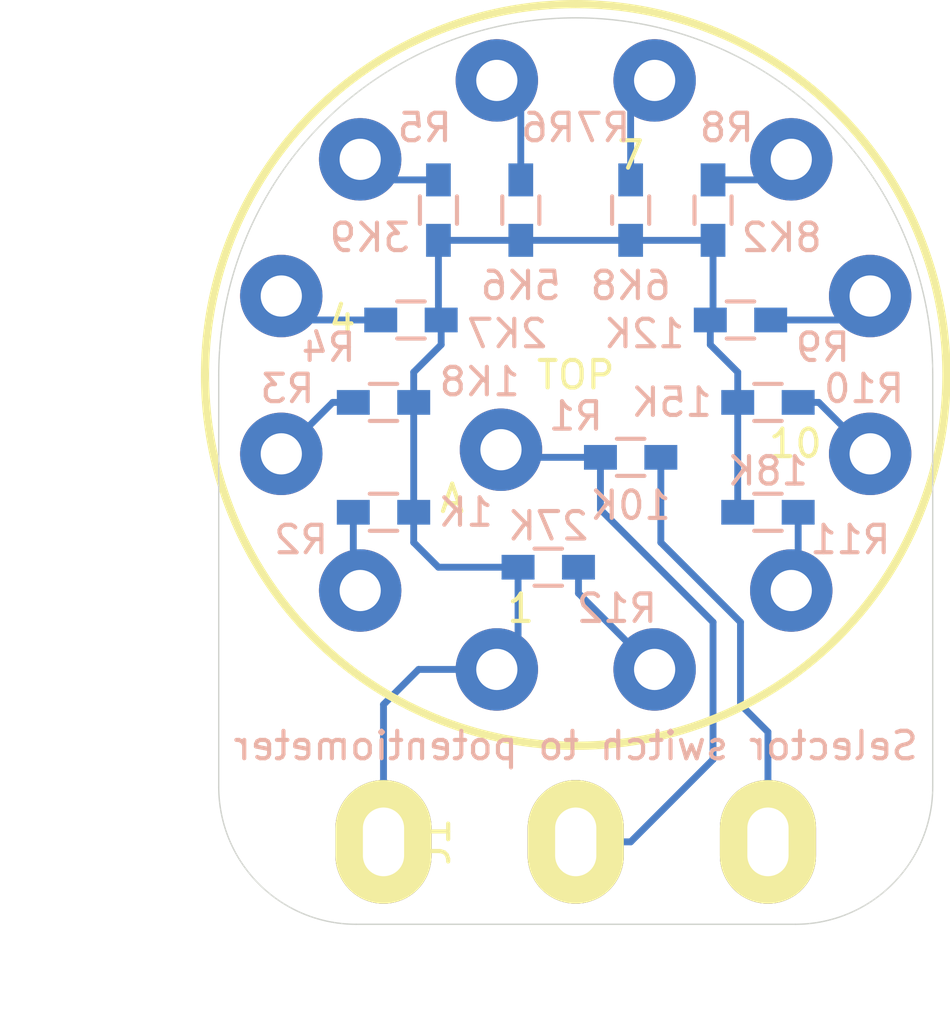
<source format=kicad_pcb>
(kicad_pcb (version 20171130) (host pcbnew 5.1.10)

  (general
    (thickness 1.6)
    (drawings 10)
    (tracks 58)
    (zones 0)
    (modules 14)
    (nets 15)
  )

  (page A4)
  (layers
    (0 F.Cu signal)
    (31 B.Cu signal)
    (32 B.Adhes user)
    (33 F.Adhes user)
    (34 B.Paste user)
    (35 F.Paste user)
    (36 B.SilkS user)
    (37 F.SilkS user)
    (38 B.Mask user)
    (39 F.Mask user)
    (40 Dwgs.User user)
    (41 Cmts.User user)
    (42 Eco1.User user)
    (43 Eco2.User user)
    (44 Edge.Cuts user)
    (45 Margin user)
    (46 B.CrtYd user)
    (47 F.CrtYd user)
    (48 B.Fab user)
    (49 F.Fab user)
  )

  (setup
    (last_trace_width 0.25)
    (user_trace_width 0.35)
    (trace_clearance 0.2)
    (zone_clearance 0.508)
    (zone_45_only no)
    (trace_min 0.2)
    (via_size 0.8)
    (via_drill 0.4)
    (via_min_size 0.4)
    (via_min_drill 0.3)
    (uvia_size 0.3)
    (uvia_drill 0.1)
    (uvias_allowed no)
    (uvia_min_size 0.2)
    (uvia_min_drill 0.1)
    (edge_width 0.05)
    (segment_width 0.2)
    (pcb_text_width 0.3)
    (pcb_text_size 1.5 1.5)
    (mod_edge_width 0.12)
    (mod_text_size 1 1)
    (mod_text_width 0.15)
    (pad_size 1.524 1.524)
    (pad_drill 0.762)
    (pad_to_mask_clearance 0)
    (aux_axis_origin 0 0)
    (visible_elements FFFBFF7F)
    (pcbplotparams
      (layerselection 0x010fc_ffffffff)
      (usegerberextensions false)
      (usegerberattributes true)
      (usegerberadvancedattributes true)
      (creategerberjobfile true)
      (excludeedgelayer true)
      (linewidth 0.100000)
      (plotframeref false)
      (viasonmask false)
      (mode 1)
      (useauxorigin false)
      (hpglpennumber 1)
      (hpglpenspeed 20)
      (hpglpendiameter 15.000000)
      (psnegative false)
      (psa4output false)
      (plotreference false)
      (plotvalue true)
      (plotinvisibletext false)
      (padsonsilk false)
      (subtractmaskfromsilk false)
      (outputformat 1)
      (mirror false)
      (drillshape 0)
      (scaleselection 1)
      (outputdirectory "gerbers"))
  )

  (net 0 "")
  (net 1 /OUT)
  (net 2 GND)
  (net 3 VCC)
  (net 4 "Net-(R2-Pad2)")
  (net 5 "Net-(R3-Pad2)")
  (net 6 "Net-(R4-Pad2)")
  (net 7 "Net-(R5-Pad2)")
  (net 8 "Net-(R6-Pad2)")
  (net 9 "Net-(R7-Pad2)")
  (net 10 "Net-(R8-Pad2)")
  (net 11 "Net-(R9-Pad2)")
  (net 12 "Net-(R10-Pad2)")
  (net 13 "Net-(R11-Pad2)")
  (net 14 "Net-(R12-Pad2)")

  (net_class Default "This is the default net class."
    (clearance 0.2)
    (trace_width 0.25)
    (via_dia 0.8)
    (via_drill 0.4)
    (uvia_dia 0.3)
    (uvia_drill 0.1)
    (add_net /OUT)
    (add_net GND)
    (add_net "Net-(R10-Pad2)")
    (add_net "Net-(R11-Pad2)")
    (add_net "Net-(R12-Pad2)")
    (add_net "Net-(R2-Pad2)")
    (add_net "Net-(R3-Pad2)")
    (add_net "Net-(R4-Pad2)")
    (add_net "Net-(R5-Pad2)")
    (add_net "Net-(R6-Pad2)")
    (add_net "Net-(R7-Pad2)")
    (add_net "Net-(R8-Pad2)")
    (add_net "Net-(R9-Pad2)")
    (add_net VCC)
  )

  (module selector_switch:LORIN_12P1T (layer F.Cu) (tedit 6211A08C) (tstamp 6211AE6E)
    (at 155 69)
    (path /620DEE11)
    (fp_text reference SW1 (at 0 29) (layer F.SilkS) hide
      (effects (font (size 1 1) (thickness 0.15)))
    )
    (fp_text value SW_Rotary12 (at 0 -0.5) (layer F.Fab) hide
      (effects (font (size 1 1) (thickness 0.15)))
    )
    (fp_text user 10 (at 8 2.5) (layer F.SilkS)
      (effects (font (size 1 1) (thickness 0.15)))
    )
    (fp_text user 7 (at 2 -8) (layer F.SilkS)
      (effects (font (size 1 1) (thickness 0.15)))
    )
    (fp_text user 4 (at -8.5 -2) (layer F.SilkS)
      (effects (font (size 1 1) (thickness 0.15)))
    )
    (fp_text user 1 (at -2 8.5) (layer F.SilkS)
      (effects (font (size 1 1) (thickness 0.15)))
    )
    (fp_text user A (at -4.5 4.5) (layer F.SilkS)
      (effects (font (size 1 1) (thickness 0.15)))
    )
    (fp_circle (center 0 0) (end 13.5 0) (layer F.SilkS) (width 0.3))
    (pad 3 thru_hole circle (at -10.722 2.873 270) (size 3 3) (drill 1.5) (layers *.Cu *.Mask)
      (net 5 "Net-(R3-Pad2)"))
    (pad 2 thru_hole circle (at -7.849 7.849 270) (size 3 3) (drill 1.5) (layers *.Cu *.Mask)
      (net 4 "Net-(R2-Pad2)"))
    (pad 1 thru_hole circle (at -2.873 10.722 270) (size 3 3) (drill 1.5) (layers *.Cu *.Mask)
      (net 2 GND))
    (pad 6 thru_hole circle (at -2.873 -10.722 180) (size 3 3) (drill 1.5) (layers *.Cu *.Mask)
      (net 8 "Net-(R6-Pad2)"))
    (pad 5 thru_hole circle (at -7.849 -7.849 180) (size 3 3) (drill 1.5) (layers *.Cu *.Mask)
      (net 7 "Net-(R5-Pad2)"))
    (pad 4 thru_hole circle (at -10.722 -2.873 180) (size 3 3) (drill 1.5) (layers *.Cu *.Mask)
      (net 6 "Net-(R4-Pad2)"))
    (pad 9 thru_hole circle (at 10.722 -2.873 90) (size 3 3) (drill 1.5) (layers *.Cu *.Mask)
      (net 11 "Net-(R9-Pad2)"))
    (pad 8 thru_hole circle (at 7.849 -7.849 90) (size 3 3) (drill 1.5) (layers *.Cu *.Mask)
      (net 10 "Net-(R8-Pad2)"))
    (pad 7 thru_hole circle (at 2.873 -10.722 90) (size 3 3) (drill 1.5) (layers *.Cu *.Mask)
      (net 9 "Net-(R7-Pad2)"))
    (pad 10 thru_hole circle (at 10.722 2.873) (size 3 3) (drill 1.5) (layers *.Cu *.Mask)
      (net 12 "Net-(R10-Pad2)"))
    (pad 11 thru_hole circle (at 7.849 7.849) (size 3 3) (drill 1.5) (layers *.Cu *.Mask)
      (net 13 "Net-(R11-Pad2)"))
    (pad 12 thru_hole circle (at 2.873 10.722) (size 3 3) (drill 1.5) (layers *.Cu *.Mask)
      (net 14 "Net-(R12-Pad2)"))
    (pad 13 thru_hole circle (at -2.7225 2.7225 270) (size 3 3) (drill 1.5) (layers *.Cu *.Mask)
      (net 1 /OUT))
  )

  (module Pin_Headers:Pin_Header_Straight_1x03 (layer F.Cu) (tedit 620DC8C1) (tstamp 6211AB21)
    (at 155 86 90)
    (descr "Through hole pin header")
    (tags "pin header")
    (path /620E7F93)
    (fp_text reference J1 (at 0 -5.1 90) (layer F.SilkS)
      (effects (font (size 1 1) (thickness 0.15)))
    )
    (fp_text value Conn_01x03_Female (at 0 -3.1 90) (layer F.Fab) hide
      (effects (font (size 1 1) (thickness 0.15)))
    )
    (pad 3 thru_hole oval (at 0 7 90) (size 4.5 3.5) (drill oval 2.5 1.5) (layers *.Cu *.Mask F.SilkS)
      (net 3 VCC))
    (pad 2 thru_hole oval (at 0 0 90) (size 4.5 3.5) (drill oval 2.5 1.5) (layers *.Cu *.Mask F.SilkS)
      (net 1 /OUT))
    (pad 1 thru_hole oval (at 0 -7 90) (size 4.5 3.5) (drill oval 2.5 1.5) (layers *.Cu *.Mask F.SilkS)
      (net 2 GND))
    (model Pin_Headers.3dshapes/Pin_Header_Straight_1x03.wrl
      (offset (xyz 0 -2.539999961853027 0))
      (scale (xyz 1 1 1))
      (rotate (xyz 0 0 90))
    )
  )

  (module Resistors_SMD:R_0603_HandSoldering (layer B.Cu) (tedit 5418A00F) (tstamp 620E429F)
    (at 154 76)
    (descr "Resistor SMD 0603, hand soldering")
    (tags "resistor 0603")
    (path /620E3FA8)
    (attr smd)
    (fp_text reference R12 (at 2.5 1.5) (layer B.SilkS)
      (effects (font (size 1 1) (thickness 0.15)) (justify mirror))
    )
    (fp_text value 27K (at 0 -1.5) (layer B.SilkS)
      (effects (font (size 1 1) (thickness 0.15)) (justify mirror))
    )
    (fp_line (start -0.5 0.675) (end 0.5 0.675) (layer B.SilkS) (width 0.15))
    (fp_line (start 0.5 -0.675) (end -0.5 -0.675) (layer B.SilkS) (width 0.15))
    (fp_line (start 2 0.8) (end 2 -0.8) (layer B.CrtYd) (width 0.05))
    (fp_line (start -2 0.8) (end -2 -0.8) (layer B.CrtYd) (width 0.05))
    (fp_line (start -2 -0.8) (end 2 -0.8) (layer B.CrtYd) (width 0.05))
    (fp_line (start -2 0.8) (end 2 0.8) (layer B.CrtYd) (width 0.05))
    (pad 2 smd rect (at 1.1 0) (size 1.2 0.9) (layers B.Cu B.Paste B.Mask)
      (net 14 "Net-(R12-Pad2)"))
    (pad 1 smd rect (at -1.1 0) (size 1.2 0.9) (layers B.Cu B.Paste B.Mask)
      (net 2 GND))
    (model Resistors_SMD.3dshapes/R_0603_HandSoldering.wrl
      (at (xyz 0 0 0))
      (scale (xyz 1 1 1))
      (rotate (xyz 0 0 0))
    )
  )

  (module Resistors_SMD:R_0603_HandSoldering (layer B.Cu) (tedit 5418A00F) (tstamp 620E40E1)
    (at 162 74)
    (descr "Resistor SMD 0603, hand soldering")
    (tags "resistor 0603")
    (path /620E3CD7)
    (attr smd)
    (fp_text reference R11 (at 3 1) (layer B.SilkS)
      (effects (font (size 1 1) (thickness 0.15)) (justify mirror))
    )
    (fp_text value 18K (at 0 -1.5) (layer B.SilkS)
      (effects (font (size 1 1) (thickness 0.15)) (justify mirror))
    )
    (fp_line (start -0.5 0.675) (end 0.5 0.675) (layer B.SilkS) (width 0.15))
    (fp_line (start 0.5 -0.675) (end -0.5 -0.675) (layer B.SilkS) (width 0.15))
    (fp_line (start 2 0.8) (end 2 -0.8) (layer B.CrtYd) (width 0.05))
    (fp_line (start -2 0.8) (end -2 -0.8) (layer B.CrtYd) (width 0.05))
    (fp_line (start -2 -0.8) (end 2 -0.8) (layer B.CrtYd) (width 0.05))
    (fp_line (start -2 0.8) (end 2 0.8) (layer B.CrtYd) (width 0.05))
    (pad 2 smd rect (at 1.1 0) (size 1.2 0.9) (layers B.Cu B.Paste B.Mask)
      (net 13 "Net-(R11-Pad2)"))
    (pad 1 smd rect (at -1.1 0) (size 1.2 0.9) (layers B.Cu B.Paste B.Mask)
      (net 2 GND))
    (model Resistors_SMD.3dshapes/R_0603_HandSoldering.wrl
      (at (xyz 0 0 0))
      (scale (xyz 1 1 1))
      (rotate (xyz 0 0 0))
    )
  )

  (module Resistors_SMD:R_0603_HandSoldering (layer B.Cu) (tedit 5418A00F) (tstamp 620E431D)
    (at 162 70)
    (descr "Resistor SMD 0603, hand soldering")
    (tags "resistor 0603")
    (path /620E39A2)
    (attr smd)
    (fp_text reference R10 (at 3.5 -0.5) (layer B.SilkS)
      (effects (font (size 1 1) (thickness 0.15)) (justify mirror))
    )
    (fp_text value 15K (at -3.5 0) (layer B.SilkS)
      (effects (font (size 1 1) (thickness 0.15)) (justify mirror))
    )
    (fp_line (start -0.5 0.675) (end 0.5 0.675) (layer B.SilkS) (width 0.15))
    (fp_line (start 0.5 -0.675) (end -0.5 -0.675) (layer B.SilkS) (width 0.15))
    (fp_line (start 2 0.8) (end 2 -0.8) (layer B.CrtYd) (width 0.05))
    (fp_line (start -2 0.8) (end -2 -0.8) (layer B.CrtYd) (width 0.05))
    (fp_line (start -2 -0.8) (end 2 -0.8) (layer B.CrtYd) (width 0.05))
    (fp_line (start -2 0.8) (end 2 0.8) (layer B.CrtYd) (width 0.05))
    (pad 2 smd rect (at 1.1 0) (size 1.2 0.9) (layers B.Cu B.Paste B.Mask)
      (net 12 "Net-(R10-Pad2)"))
    (pad 1 smd rect (at -1.1 0) (size 1.2 0.9) (layers B.Cu B.Paste B.Mask)
      (net 2 GND))
    (model Resistors_SMD.3dshapes/R_0603_HandSoldering.wrl
      (at (xyz 0 0 0))
      (scale (xyz 1 1 1))
      (rotate (xyz 0 0 0))
    )
  )

  (module Resistors_SMD:R_0603_HandSoldering (layer B.Cu) (tedit 5418A00F) (tstamp 620E3273)
    (at 161 67)
    (descr "Resistor SMD 0603, hand soldering")
    (tags "resistor 0603")
    (path /620E36AE)
    (attr smd)
    (fp_text reference R9 (at 3 1) (layer B.SilkS)
      (effects (font (size 1 1) (thickness 0.15)) (justify mirror))
    )
    (fp_text value 12K (at -3.5 0.5) (layer B.SilkS)
      (effects (font (size 1 1) (thickness 0.15)) (justify mirror))
    )
    (fp_line (start -0.5 0.675) (end 0.5 0.675) (layer B.SilkS) (width 0.15))
    (fp_line (start 0.5 -0.675) (end -0.5 -0.675) (layer B.SilkS) (width 0.15))
    (fp_line (start 2 0.8) (end 2 -0.8) (layer B.CrtYd) (width 0.05))
    (fp_line (start -2 0.8) (end -2 -0.8) (layer B.CrtYd) (width 0.05))
    (fp_line (start -2 -0.8) (end 2 -0.8) (layer B.CrtYd) (width 0.05))
    (fp_line (start -2 0.8) (end 2 0.8) (layer B.CrtYd) (width 0.05))
    (pad 2 smd rect (at 1.1 0) (size 1.2 0.9) (layers B.Cu B.Paste B.Mask)
      (net 11 "Net-(R9-Pad2)"))
    (pad 1 smd rect (at -1.1 0) (size 1.2 0.9) (layers B.Cu B.Paste B.Mask)
      (net 2 GND))
    (model Resistors_SMD.3dshapes/R_0603_HandSoldering.wrl
      (at (xyz 0 0 0))
      (scale (xyz 1 1 1))
      (rotate (xyz 0 0 0))
    )
  )

  (module Resistors_SMD:R_0603_HandSoldering (layer B.Cu) (tedit 5418A00F) (tstamp 6211AF3C)
    (at 160 63 90)
    (descr "Resistor SMD 0603, hand soldering")
    (tags "resistor 0603")
    (path /620E3380)
    (attr smd)
    (fp_text reference R8 (at 3 0.5 180) (layer B.SilkS)
      (effects (font (size 1 1) (thickness 0.15)) (justify mirror))
    )
    (fp_text value 8K2 (at -1 2.5 180) (layer B.SilkS)
      (effects (font (size 1 1) (thickness 0.15)) (justify mirror))
    )
    (fp_line (start -0.5 0.675) (end 0.5 0.675) (layer B.SilkS) (width 0.15))
    (fp_line (start 0.5 -0.675) (end -0.5 -0.675) (layer B.SilkS) (width 0.15))
    (fp_line (start 2 0.8) (end 2 -0.8) (layer B.CrtYd) (width 0.05))
    (fp_line (start -2 0.8) (end -2 -0.8) (layer B.CrtYd) (width 0.05))
    (fp_line (start -2 -0.8) (end 2 -0.8) (layer B.CrtYd) (width 0.05))
    (fp_line (start -2 0.8) (end 2 0.8) (layer B.CrtYd) (width 0.05))
    (pad 2 smd rect (at 1.1 0 90) (size 1.2 0.9) (layers B.Cu B.Paste B.Mask)
      (net 10 "Net-(R8-Pad2)"))
    (pad 1 smd rect (at -1.1 0 90) (size 1.2 0.9) (layers B.Cu B.Paste B.Mask)
      (net 2 GND))
    (model Resistors_SMD.3dshapes/R_0603_HandSoldering.wrl
      (at (xyz 0 0 0))
      (scale (xyz 1 1 1))
      (rotate (xyz 0 0 0))
    )
  )

  (module Resistors_SMD:R_0603_HandSoldering (layer B.Cu) (tedit 5418A00F) (tstamp 6211AFBC)
    (at 157 63 90)
    (descr "Resistor SMD 0603, hand soldering")
    (tags "resistor 0603")
    (path /620E309E)
    (attr smd)
    (fp_text reference R7 (at 3 -1 180) (layer B.SilkS)
      (effects (font (size 1 1) (thickness 0.15)) (justify mirror))
    )
    (fp_text value 6K8 (at -2.75 0 180) (layer B.SilkS)
      (effects (font (size 1 1) (thickness 0.15)) (justify mirror))
    )
    (fp_line (start -0.5 0.675) (end 0.5 0.675) (layer B.SilkS) (width 0.15))
    (fp_line (start 0.5 -0.675) (end -0.5 -0.675) (layer B.SilkS) (width 0.15))
    (fp_line (start 2 0.8) (end 2 -0.8) (layer B.CrtYd) (width 0.05))
    (fp_line (start -2 0.8) (end -2 -0.8) (layer B.CrtYd) (width 0.05))
    (fp_line (start -2 -0.8) (end 2 -0.8) (layer B.CrtYd) (width 0.05))
    (fp_line (start -2 0.8) (end 2 0.8) (layer B.CrtYd) (width 0.05))
    (pad 2 smd rect (at 1.1 0 90) (size 1.2 0.9) (layers B.Cu B.Paste B.Mask)
      (net 9 "Net-(R7-Pad2)"))
    (pad 1 smd rect (at -1.1 0 90) (size 1.2 0.9) (layers B.Cu B.Paste B.Mask)
      (net 2 GND))
    (model Resistors_SMD.3dshapes/R_0603_HandSoldering.wrl
      (at (xyz 0 0 0))
      (scale (xyz 1 1 1))
      (rotate (xyz 0 0 0))
    )
  )

  (module Resistors_SMD:R_0603_HandSoldering (layer B.Cu) (tedit 5418A00F) (tstamp 620E324F)
    (at 153 63 90)
    (descr "Resistor SMD 0603, hand soldering")
    (tags "resistor 0603")
    (path /620E2E0C)
    (attr smd)
    (fp_text reference R6 (at 3 1 180) (layer B.SilkS)
      (effects (font (size 1 1) (thickness 0.15)) (justify mirror))
    )
    (fp_text value 5K6 (at -2.75 0 180) (layer B.SilkS)
      (effects (font (size 1 1) (thickness 0.15)) (justify mirror))
    )
    (fp_line (start -0.5 0.675) (end 0.5 0.675) (layer B.SilkS) (width 0.15))
    (fp_line (start 0.5 -0.675) (end -0.5 -0.675) (layer B.SilkS) (width 0.15))
    (fp_line (start 2 0.8) (end 2 -0.8) (layer B.CrtYd) (width 0.05))
    (fp_line (start -2 0.8) (end -2 -0.8) (layer B.CrtYd) (width 0.05))
    (fp_line (start -2 -0.8) (end 2 -0.8) (layer B.CrtYd) (width 0.05))
    (fp_line (start -2 0.8) (end 2 0.8) (layer B.CrtYd) (width 0.05))
    (pad 2 smd rect (at 1.1 0 90) (size 1.2 0.9) (layers B.Cu B.Paste B.Mask)
      (net 8 "Net-(R6-Pad2)"))
    (pad 1 smd rect (at -1.1 0 90) (size 1.2 0.9) (layers B.Cu B.Paste B.Mask)
      (net 2 GND))
    (model Resistors_SMD.3dshapes/R_0603_HandSoldering.wrl
      (at (xyz 0 0 0))
      (scale (xyz 1 1 1))
      (rotate (xyz 0 0 0))
    )
  )

  (module Resistors_SMD:R_0603_HandSoldering (layer B.Cu) (tedit 5418A00F) (tstamp 620E3243)
    (at 150 63 90)
    (descr "Resistor SMD 0603, hand soldering")
    (tags "resistor 0603")
    (path /620E2B2A)
    (attr smd)
    (fp_text reference R5 (at 3 -0.5 180) (layer B.SilkS)
      (effects (font (size 1 1) (thickness 0.15)) (justify mirror))
    )
    (fp_text value 3K9 (at -1 -2.5) (layer B.SilkS)
      (effects (font (size 1 1) (thickness 0.15)) (justify mirror))
    )
    (fp_line (start -0.5 0.675) (end 0.5 0.675) (layer B.SilkS) (width 0.15))
    (fp_line (start 0.5 -0.675) (end -0.5 -0.675) (layer B.SilkS) (width 0.15))
    (fp_line (start 2 0.8) (end 2 -0.8) (layer B.CrtYd) (width 0.05))
    (fp_line (start -2 0.8) (end -2 -0.8) (layer B.CrtYd) (width 0.05))
    (fp_line (start -2 -0.8) (end 2 -0.8) (layer B.CrtYd) (width 0.05))
    (fp_line (start -2 0.8) (end 2 0.8) (layer B.CrtYd) (width 0.05))
    (pad 2 smd rect (at 1.1 0 90) (size 1.2 0.9) (layers B.Cu B.Paste B.Mask)
      (net 7 "Net-(R5-Pad2)"))
    (pad 1 smd rect (at -1.1 0 90) (size 1.2 0.9) (layers B.Cu B.Paste B.Mask)
      (net 2 GND))
    (model Resistors_SMD.3dshapes/R_0603_HandSoldering.wrl
      (at (xyz 0 0 0))
      (scale (xyz 1 1 1))
      (rotate (xyz 0 0 0))
    )
  )

  (module Resistors_SMD:R_0603_HandSoldering (layer B.Cu) (tedit 5418A00F) (tstamp 620E3237)
    (at 149 67 180)
    (descr "Resistor SMD 0603, hand soldering")
    (tags "resistor 0603")
    (path /620E2830)
    (attr smd)
    (fp_text reference R4 (at 3 -1) (layer B.SilkS)
      (effects (font (size 1 1) (thickness 0.15)) (justify mirror))
    )
    (fp_text value 2K7 (at -3.5 -0.5) (layer B.SilkS)
      (effects (font (size 1 1) (thickness 0.15)) (justify mirror))
    )
    (fp_line (start -0.5 0.675) (end 0.5 0.675) (layer B.SilkS) (width 0.15))
    (fp_line (start 0.5 -0.675) (end -0.5 -0.675) (layer B.SilkS) (width 0.15))
    (fp_line (start 2 0.8) (end 2 -0.8) (layer B.CrtYd) (width 0.05))
    (fp_line (start -2 0.8) (end -2 -0.8) (layer B.CrtYd) (width 0.05))
    (fp_line (start -2 -0.8) (end 2 -0.8) (layer B.CrtYd) (width 0.05))
    (fp_line (start -2 0.8) (end 2 0.8) (layer B.CrtYd) (width 0.05))
    (pad 2 smd rect (at 1.1 0 180) (size 1.2 0.9) (layers B.Cu B.Paste B.Mask)
      (net 6 "Net-(R4-Pad2)"))
    (pad 1 smd rect (at -1.1 0 180) (size 1.2 0.9) (layers B.Cu B.Paste B.Mask)
      (net 2 GND))
    (model Resistors_SMD.3dshapes/R_0603_HandSoldering.wrl
      (at (xyz 0 0 0))
      (scale (xyz 1 1 1))
      (rotate (xyz 0 0 0))
    )
  )

  (module Resistors_SMD:R_0603_HandSoldering (layer B.Cu) (tedit 5418A00F) (tstamp 620E322B)
    (at 148 70 180)
    (descr "Resistor SMD 0603, hand soldering")
    (tags "resistor 0603")
    (path /620E25E6)
    (attr smd)
    (fp_text reference R3 (at 3.5 0.5) (layer B.SilkS)
      (effects (font (size 1 1) (thickness 0.15)) (justify mirror))
    )
    (fp_text value 1K8 (at -3.5 0.75) (layer B.SilkS)
      (effects (font (size 1 1) (thickness 0.15)) (justify mirror))
    )
    (fp_line (start -0.5 0.675) (end 0.5 0.675) (layer B.SilkS) (width 0.15))
    (fp_line (start 0.5 -0.675) (end -0.5 -0.675) (layer B.SilkS) (width 0.15))
    (fp_line (start 2 0.8) (end 2 -0.8) (layer B.CrtYd) (width 0.05))
    (fp_line (start -2 0.8) (end -2 -0.8) (layer B.CrtYd) (width 0.05))
    (fp_line (start -2 -0.8) (end 2 -0.8) (layer B.CrtYd) (width 0.05))
    (fp_line (start -2 0.8) (end 2 0.8) (layer B.CrtYd) (width 0.05))
    (pad 2 smd rect (at 1.1 0 180) (size 1.2 0.9) (layers B.Cu B.Paste B.Mask)
      (net 5 "Net-(R3-Pad2)"))
    (pad 1 smd rect (at -1.1 0 180) (size 1.2 0.9) (layers B.Cu B.Paste B.Mask)
      (net 2 GND))
    (model Resistors_SMD.3dshapes/R_0603_HandSoldering.wrl
      (at (xyz 0 0 0))
      (scale (xyz 1 1 1))
      (rotate (xyz 0 0 0))
    )
  )

  (module Resistors_SMD:R_0603_HandSoldering (layer B.Cu) (tedit 5418A00F) (tstamp 6211AA51)
    (at 148 74 180)
    (descr "Resistor SMD 0603, hand soldering")
    (tags "resistor 0603")
    (path /620E10FD)
    (attr smd)
    (fp_text reference R2 (at 3 -1) (layer B.SilkS)
      (effects (font (size 1 1) (thickness 0.15)) (justify mirror))
    )
    (fp_text value 1K (at -3 0) (layer B.SilkS)
      (effects (font (size 1 1) (thickness 0.15)) (justify mirror))
    )
    (fp_line (start -0.5 0.675) (end 0.5 0.675) (layer B.SilkS) (width 0.15))
    (fp_line (start 0.5 -0.675) (end -0.5 -0.675) (layer B.SilkS) (width 0.15))
    (fp_line (start 2 0.8) (end 2 -0.8) (layer B.CrtYd) (width 0.05))
    (fp_line (start -2 0.8) (end -2 -0.8) (layer B.CrtYd) (width 0.05))
    (fp_line (start -2 -0.8) (end 2 -0.8) (layer B.CrtYd) (width 0.05))
    (fp_line (start -2 0.8) (end 2 0.8) (layer B.CrtYd) (width 0.05))
    (pad 2 smd rect (at 1.1 0 180) (size 1.2 0.9) (layers B.Cu B.Paste B.Mask)
      (net 4 "Net-(R2-Pad2)"))
    (pad 1 smd rect (at -1.1 0 180) (size 1.2 0.9) (layers B.Cu B.Paste B.Mask)
      (net 2 GND))
    (model Resistors_SMD.3dshapes/R_0603_HandSoldering.wrl
      (at (xyz 0 0 0))
      (scale (xyz 1 1 1))
      (rotate (xyz 0 0 0))
    )
  )

  (module Resistors_SMD:R_0603_HandSoldering (layer B.Cu) (tedit 5418A00F) (tstamp 620E3213)
    (at 157 72 180)
    (descr "Resistor SMD 0603, hand soldering")
    (tags "resistor 0603")
    (path /620E0653)
    (attr smd)
    (fp_text reference R1 (at 2 1.5) (layer B.SilkS)
      (effects (font (size 1 1) (thickness 0.15)) (justify mirror))
    )
    (fp_text value 10K (at 0 -1.75) (layer B.SilkS)
      (effects (font (size 1 1) (thickness 0.15)) (justify mirror))
    )
    (fp_line (start -0.5 0.675) (end 0.5 0.675) (layer B.SilkS) (width 0.15))
    (fp_line (start 0.5 -0.675) (end -0.5 -0.675) (layer B.SilkS) (width 0.15))
    (fp_line (start 2 0.8) (end 2 -0.8) (layer B.CrtYd) (width 0.05))
    (fp_line (start -2 0.8) (end -2 -0.8) (layer B.CrtYd) (width 0.05))
    (fp_line (start -2 -0.8) (end 2 -0.8) (layer B.CrtYd) (width 0.05))
    (fp_line (start -2 0.8) (end 2 0.8) (layer B.CrtYd) (width 0.05))
    (pad 2 smd rect (at 1.1 0 180) (size 1.2 0.9) (layers B.Cu B.Paste B.Mask)
      (net 1 /OUT))
    (pad 1 smd rect (at -1.1 0 180) (size 1.2 0.9) (layers B.Cu B.Paste B.Mask)
      (net 3 VCC))
    (model Resistors_SMD.3dshapes/R_0603_HandSoldering.wrl
      (at (xyz 0 0 0))
      (scale (xyz 1 1 1))
      (rotate (xyz 0 0 0))
    )
  )

  (dimension 26 (width 0.15) (layer Dwgs.User)
    (gr_text "26.000 mm" (at 155 93.299999) (layer Dwgs.User)
      (effects (font (size 1 1) (thickness 0.15)))
    )
    (feature1 (pts (xy 168 91) (xy 168 92.58642)))
    (feature2 (pts (xy 142 91) (xy 142 92.58642)))
    (crossbar (pts (xy 142 91.999999) (xy 168 91.999999)))
    (arrow1a (pts (xy 168 91.999999) (xy 166.873496 92.58642)))
    (arrow1b (pts (xy 168 91.999999) (xy 166.873496 91.413578)))
    (arrow2a (pts (xy 142 91.999999) (xy 143.126504 92.58642)))
    (arrow2b (pts (xy 142 91.999999) (xy 143.126504 91.413578)))
  )
  (dimension 32 (width 0.15) (layer Dwgs.User)
    (gr_text "32.000 mm" (at 137.700001 73 270) (layer Dwgs.User)
      (effects (font (size 1 1) (thickness 0.15)))
    )
    (feature1 (pts (xy 140 89) (xy 138.41358 89)))
    (feature2 (pts (xy 140 57) (xy 138.41358 57)))
    (crossbar (pts (xy 139.000001 57) (xy 139.000001 89)))
    (arrow1a (pts (xy 139.000001 89) (xy 138.41358 87.873496)))
    (arrow1b (pts (xy 139.000001 89) (xy 139.586422 87.873496)))
    (arrow2a (pts (xy 139.000001 57) (xy 138.41358 58.126504)))
    (arrow2b (pts (xy 139.000001 57) (xy 139.586422 58.126504)))
  )
  (gr_arc (start 147 84) (end 142 84) (angle -90) (layer Edge.Cuts) (width 0.05))
  (gr_arc (start 163 84) (end 163 89) (angle -90) (layer Edge.Cuts) (width 0.05))
  (gr_text "Selector switch to potentiometer" (at 155 82.5) (layer B.SilkS)
    (effects (font (size 1 1) (thickness 0.15)) (justify mirror))
  )
  (gr_text TOP (at 155 69) (layer F.SilkS)
    (effects (font (size 1 1) (thickness 0.15)))
  )
  (gr_line (start 168 84) (end 168 69) (layer Edge.Cuts) (width 0.05) (tstamp 620E3A85))
  (gr_line (start 147 89) (end 163 89) (layer Edge.Cuts) (width 0.05))
  (gr_line (start 142 69) (end 142 84) (layer Edge.Cuts) (width 0.05))
  (gr_arc (start 155 69) (end 168 69) (angle -180) (layer Edge.Cuts) (width 0.05) (tstamp 620E39CD))

  (segment (start 152.555 72) (end 152.2775 71.7225) (width 0.25) (layer B.Cu) (net 1))
  (segment (start 155.9 72) (end 152.555 72) (width 0.25) (layer B.Cu) (net 1))
  (segment (start 155.9 73.9) (end 155.9 72) (width 0.25) (layer B.Cu) (net 1))
  (segment (start 160 78) (end 155.9 73.9) (width 0.25) (layer B.Cu) (net 1))
  (segment (start 160 83) (end 160 78) (width 0.25) (layer B.Cu) (net 1))
  (segment (start 157 86) (end 160 83) (width 0.25) (layer B.Cu) (net 1))
  (segment (start 155 86) (end 157 86) (width 0.25) (layer B.Cu) (net 1))
  (segment (start 149.278 79.722) (end 152.127 79.722) (width 0.25) (layer B.Cu) (net 2))
  (segment (start 148 81) (end 149.278 79.722) (width 0.25) (layer B.Cu) (net 2))
  (segment (start 148 86) (end 148 81) (width 0.25) (layer B.Cu) (net 2))
  (segment (start 149.1 70) (end 149.1 74) (width 0.25) (layer B.Cu) (net 2))
  (segment (start 160 64.1) (end 157 64.1) (width 0.25) (layer B.Cu) (net 2))
  (segment (start 157 64.1) (end 153 64.1) (width 0.25) (layer B.Cu) (net 2))
  (segment (start 153 64.1) (end 149.9 64.1) (width 0.25) (layer B.Cu) (net 2))
  (segment (start 150 64.1) (end 149.9 64.1) (width 0.25) (layer B.Cu) (net 2))
  (segment (start 150 66.9) (end 150.1 67) (width 0.25) (layer B.Cu) (net 2))
  (segment (start 150 64.1) (end 150 66.9) (width 0.25) (layer B.Cu) (net 2))
  (segment (start 160 66.9) (end 159.9 67) (width 0.25) (layer B.Cu) (net 2))
  (segment (start 160 64.1) (end 160 66.9) (width 0.25) (layer B.Cu) (net 2))
  (segment (start 150.1 67) (end 150.1 67.9) (width 0.25) (layer B.Cu) (net 2))
  (segment (start 149.1 68.9) (end 149.1 70) (width 0.25) (layer B.Cu) (net 2))
  (segment (start 150.1 67.9) (end 149.1 68.9) (width 0.25) (layer B.Cu) (net 2))
  (segment (start 159.9 67) (end 159.9 67.9) (width 0.25) (layer B.Cu) (net 2))
  (segment (start 160.9 68.9) (end 160.9 70) (width 0.25) (layer B.Cu) (net 2))
  (segment (start 159.9 67.9) (end 160.9 68.9) (width 0.25) (layer B.Cu) (net 2))
  (segment (start 160.9 70) (end 160.9 74) (width 0.25) (layer B.Cu) (net 2))
  (segment (start 149.1 75.1) (end 150 76) (width 0.25) (layer B.Cu) (net 2))
  (segment (start 149.1 74) (end 149.1 75.1) (width 0.25) (layer B.Cu) (net 2))
  (segment (start 150 76) (end 152.9 76) (width 0.25) (layer B.Cu) (net 2))
  (segment (start 152.9 78.949) (end 152.127 79.722) (width 0.25) (layer B.Cu) (net 2))
  (segment (start 152.9 76) (end 152.9 78.949) (width 0.25) (layer B.Cu) (net 2))
  (segment (start 161 78) (end 161 81) (width 0.25) (layer B.Cu) (net 3))
  (segment (start 161 81) (end 162 82) (width 0.25) (layer B.Cu) (net 3))
  (segment (start 162 82) (end 162 86) (width 0.25) (layer B.Cu) (net 3))
  (segment (start 158.1 75.1) (end 158.1 72) (width 0.25) (layer B.Cu) (net 3))
  (segment (start 161 78) (end 158.1 75.1) (width 0.25) (layer B.Cu) (net 3))
  (segment (start 146.9 76.598) (end 147.151 76.849) (width 0.25) (layer B.Cu) (net 4))
  (segment (start 146.9 74) (end 146.9 76.598) (width 0.25) (layer B.Cu) (net 4))
  (segment (start 146.151 70) (end 146.9 70) (width 0.25) (layer B.Cu) (net 5))
  (segment (start 144.278 71.873) (end 146.151 70) (width 0.25) (layer B.Cu) (net 5))
  (segment (start 145.151 67) (end 144.278 66.127) (width 0.25) (layer B.Cu) (net 6))
  (segment (start 147.9 67) (end 145.151 67) (width 0.25) (layer B.Cu) (net 6))
  (segment (start 147.9 61.9) (end 147.151 61.151) (width 0.25) (layer B.Cu) (net 7))
  (segment (start 149.9 61.9) (end 147.9 61.9) (width 0.25) (layer B.Cu) (net 7))
  (segment (start 153 59.151) (end 152.127 58.278) (width 0.25) (layer B.Cu) (net 8))
  (segment (start 153 61.9) (end 153 59.151) (width 0.25) (layer B.Cu) (net 8))
  (segment (start 157 59.151) (end 157.873 58.278) (width 0.25) (layer B.Cu) (net 9))
  (segment (start 157 61.9) (end 157 59.151) (width 0.25) (layer B.Cu) (net 9))
  (segment (start 162.1 61.9) (end 162.849 61.151) (width 0.25) (layer B.Cu) (net 10))
  (segment (start 160 61.9) (end 162.1 61.9) (width 0.25) (layer B.Cu) (net 10))
  (segment (start 164.849 67) (end 165.722 66.127) (width 0.25) (layer B.Cu) (net 11))
  (segment (start 162.1 67) (end 164.849 67) (width 0.25) (layer B.Cu) (net 11))
  (segment (start 163.849 70) (end 165.722 71.873) (width 0.25) (layer B.Cu) (net 12))
  (segment (start 163.1 70) (end 163.849 70) (width 0.25) (layer B.Cu) (net 12))
  (segment (start 163.1 76.598) (end 162.849 76.849) (width 0.25) (layer B.Cu) (net 13))
  (segment (start 163.1 74) (end 163.1 76.598) (width 0.25) (layer B.Cu) (net 13))
  (segment (start 155.1 76.949) (end 157.873 79.722) (width 0.25) (layer B.Cu) (net 14))
  (segment (start 155.1 76) (end 155.1 76.949) (width 0.25) (layer B.Cu) (net 14))

)

</source>
